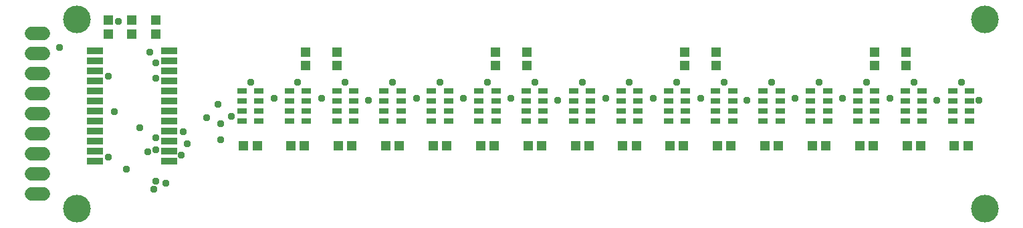
<source format=gbr>
G04 EAGLE Gerber RS-274X export*
G75*
%MOMM*%
%FSLAX34Y34*%
%LPD*%
%INSoldermask Top*%
%IPPOS*%
%AMOC8*
5,1,8,0,0,1.08239X$1,22.5*%
G01*
%ADD10C,3.503200*%
%ADD11R,1.203200X1.303200*%
%ADD12R,1.303200X1.203200*%
%ADD13R,2.153200X0.853200*%
%ADD14C,1.727200*%
%ADD15R,1.253200X0.753200*%
%ADD16C,0.959600*%


D10*
X1240000Y270000D03*
X1240000Y30000D03*
X90000Y270000D03*
X90000Y30000D03*
D11*
X380000Y211500D03*
X380000Y228500D03*
D12*
X601500Y110000D03*
X618500Y110000D03*
X661500Y110000D03*
X678500Y110000D03*
X721500Y110000D03*
X738500Y110000D03*
D11*
X1100000Y211500D03*
X1100000Y228500D03*
X1140000Y211500D03*
X1140000Y228500D03*
D12*
X781500Y110000D03*
X798500Y110000D03*
X841500Y110000D03*
X858500Y110000D03*
X901500Y110000D03*
X918500Y110000D03*
X961500Y110000D03*
X978500Y110000D03*
D11*
X860000Y211500D03*
X860000Y228500D03*
X420000Y211500D03*
X420000Y228500D03*
X900000Y211500D03*
X900000Y228500D03*
D12*
X1021500Y110000D03*
X1038500Y110000D03*
X1081500Y110000D03*
X1098500Y110000D03*
X1141500Y110000D03*
X1158500Y110000D03*
X1201500Y110000D03*
X1218500Y110000D03*
X301500Y110000D03*
X318500Y110000D03*
X361500Y110000D03*
X378500Y110000D03*
X421500Y110000D03*
X438500Y110000D03*
X481500Y110000D03*
X498500Y110000D03*
D11*
X620000Y211500D03*
X620000Y228500D03*
X660000Y211500D03*
X660000Y228500D03*
D12*
X541500Y110000D03*
X558500Y110000D03*
D13*
X207250Y90150D03*
X207250Y102850D03*
X207250Y115550D03*
X207250Y128250D03*
X207250Y140950D03*
X207250Y153650D03*
X207250Y166350D03*
X207250Y179050D03*
X207250Y191750D03*
X207250Y204450D03*
X207250Y217150D03*
X207250Y229850D03*
X112750Y229850D03*
X112750Y217150D03*
X112750Y204450D03*
X112750Y191750D03*
X112750Y179050D03*
X112750Y166350D03*
X112750Y153650D03*
X112750Y140950D03*
X112750Y128250D03*
X112750Y115550D03*
X112750Y102850D03*
X112750Y90150D03*
D14*
X47620Y48400D02*
X32380Y48400D01*
X32380Y73800D02*
X47620Y73800D01*
X47620Y99200D02*
X32380Y99200D01*
X32380Y124600D02*
X47620Y124600D01*
X47620Y150000D02*
X32380Y150000D01*
X32380Y175400D02*
X47620Y175400D01*
X47620Y200800D02*
X32380Y200800D01*
X32380Y226200D02*
X47620Y226200D01*
X47620Y251600D02*
X32380Y251600D01*
D15*
X299250Y178750D03*
X299250Y166250D03*
X299250Y153750D03*
X299250Y141250D03*
X320750Y141250D03*
X320750Y153750D03*
X320750Y166250D03*
X320750Y178750D03*
X839250Y178750D03*
X839250Y166250D03*
X839250Y153750D03*
X839250Y141250D03*
X860750Y141250D03*
X860750Y153750D03*
X860750Y166250D03*
X860750Y178750D03*
X899250Y178750D03*
X899250Y166250D03*
X899250Y153750D03*
X899250Y141250D03*
X920750Y141250D03*
X920750Y153750D03*
X920750Y166250D03*
X920750Y178750D03*
X959250Y178750D03*
X959250Y166250D03*
X959250Y153750D03*
X959250Y141250D03*
X980750Y141250D03*
X980750Y153750D03*
X980750Y166250D03*
X980750Y178750D03*
X1019250Y178750D03*
X1019250Y166250D03*
X1019250Y153750D03*
X1019250Y141250D03*
X1040750Y141250D03*
X1040750Y153750D03*
X1040750Y166250D03*
X1040750Y178750D03*
X1079250Y178750D03*
X1079250Y166250D03*
X1079250Y153750D03*
X1079250Y141250D03*
X1100750Y141250D03*
X1100750Y153750D03*
X1100750Y166250D03*
X1100750Y178750D03*
X1139250Y178750D03*
X1139250Y166250D03*
X1139250Y153750D03*
X1139250Y141250D03*
X1160750Y141250D03*
X1160750Y153750D03*
X1160750Y166250D03*
X1160750Y178750D03*
X1199250Y178750D03*
X1199250Y166250D03*
X1199250Y153750D03*
X1199250Y141250D03*
X1220750Y141250D03*
X1220750Y153750D03*
X1220750Y166250D03*
X1220750Y178750D03*
X359250Y178750D03*
X359250Y166250D03*
X359250Y153750D03*
X359250Y141250D03*
X380750Y141250D03*
X380750Y153750D03*
X380750Y166250D03*
X380750Y178750D03*
X419250Y178750D03*
X419250Y166250D03*
X419250Y153750D03*
X419250Y141250D03*
X440750Y141250D03*
X440750Y153750D03*
X440750Y166250D03*
X440750Y178750D03*
X479250Y178750D03*
X479250Y166250D03*
X479250Y153750D03*
X479250Y141250D03*
X500750Y141250D03*
X500750Y153750D03*
X500750Y166250D03*
X500750Y178750D03*
X539250Y178750D03*
X539250Y166250D03*
X539250Y153750D03*
X539250Y141250D03*
X560750Y141250D03*
X560750Y153750D03*
X560750Y166250D03*
X560750Y178750D03*
X599250Y178750D03*
X599250Y166250D03*
X599250Y153750D03*
X599250Y141250D03*
X620750Y141250D03*
X620750Y153750D03*
X620750Y166250D03*
X620750Y178750D03*
X659250Y178750D03*
X659250Y166250D03*
X659250Y153750D03*
X659250Y141250D03*
X680750Y141250D03*
X680750Y153750D03*
X680750Y166250D03*
X680750Y178750D03*
X719250Y178750D03*
X719250Y166250D03*
X719250Y153750D03*
X719250Y141250D03*
X740750Y141250D03*
X740750Y153750D03*
X740750Y166250D03*
X740750Y178750D03*
X779250Y178750D03*
X779250Y166250D03*
X779250Y153750D03*
X779250Y141250D03*
X800750Y141250D03*
X800750Y153750D03*
X800750Y166250D03*
X800750Y178750D03*
D12*
X160000Y268500D03*
X160000Y251500D03*
X190000Y268500D03*
X190000Y251500D03*
X130000Y251500D03*
X130000Y268500D03*
D16*
X286068Y147320D03*
X269240Y162172D03*
X68580Y233840D03*
X182880Y228600D03*
X142500Y267500D03*
X340000Y170000D03*
X272500Y137500D03*
X400000Y170000D03*
X254920Y145080D03*
X459021Y167602D03*
X225000Y127500D03*
X520000Y170000D03*
X190000Y120000D03*
X580000Y170000D03*
X272500Y117500D03*
X640000Y170000D03*
X230000Y112500D03*
X699021Y167602D03*
X190000Y105000D03*
X760000Y170000D03*
X222500Y97500D03*
X820000Y170000D03*
X130000Y95000D03*
X880000Y170000D03*
X152500Y80000D03*
X939021Y167602D03*
X187500Y55000D03*
X1000000Y170000D03*
X190000Y65000D03*
X1060000Y170000D03*
X202500Y62500D03*
X1120000Y170000D03*
X137500Y152500D03*
X1179021Y167602D03*
X170000Y132500D03*
X1232500Y167500D03*
X130000Y197500D03*
X180000Y102500D03*
X310000Y190000D03*
X1210000Y190000D03*
X1150000Y190000D03*
X1090000Y190000D03*
X1030000Y190000D03*
X970000Y190000D03*
X910000Y190000D03*
X850000Y190000D03*
X790000Y190000D03*
X730000Y190000D03*
X670000Y190000D03*
X610000Y190000D03*
X550000Y190000D03*
X490000Y190000D03*
X430000Y190000D03*
X370000Y190000D03*
X190000Y195000D03*
X190000Y215000D03*
M02*

</source>
